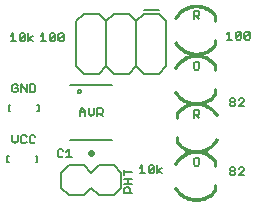
<source format=gto>
G75*
G70*
%OFA0B0*%
%FSLAX24Y24*%
%IPPOS*%
%LPD*%
%AMOC8*
5,1,8,0,0,1.08239X$1,22.5*
%
%ADD10C,0.0050*%
%ADD11C,0.0010*%
%ADD12C,0.0100*%
%ADD13C,0.0080*%
%ADD14C,0.0220*%
%ADD15C,0.0060*%
D10*
X009727Y002296D02*
X009772Y002251D01*
X009862Y002251D01*
X009907Y002296D01*
X010022Y002251D02*
X010202Y002251D01*
X010112Y002251D02*
X010112Y002521D01*
X010022Y002431D01*
X009907Y002476D02*
X009862Y002521D01*
X009772Y002521D01*
X009727Y002476D01*
X009727Y002296D01*
X008986Y002766D02*
X008941Y002721D01*
X008851Y002721D01*
X008806Y002766D01*
X008806Y002946D01*
X008851Y002991D01*
X008941Y002991D01*
X008986Y002946D01*
X008691Y002946D02*
X008646Y002991D01*
X008556Y002991D01*
X008511Y002946D01*
X008511Y002766D01*
X008556Y002721D01*
X008646Y002721D01*
X008691Y002766D01*
X008396Y002811D02*
X008306Y002721D01*
X008216Y002811D01*
X008216Y002991D01*
X008396Y002991D02*
X008396Y002811D01*
X010466Y003621D02*
X010466Y003801D01*
X010556Y003891D01*
X010646Y003801D01*
X010646Y003621D01*
X010761Y003711D02*
X010851Y003621D01*
X010941Y003711D01*
X010941Y003891D01*
X011056Y003891D02*
X011191Y003891D01*
X011236Y003846D01*
X011236Y003756D01*
X011191Y003711D01*
X011056Y003711D01*
X011146Y003711D02*
X011236Y003621D01*
X011056Y003621D02*
X011056Y003891D01*
X010761Y003891D02*
X010761Y003711D01*
X010646Y003756D02*
X010466Y003756D01*
X008986Y004466D02*
X008941Y004421D01*
X008806Y004421D01*
X008806Y004691D01*
X008941Y004691D01*
X008986Y004646D01*
X008986Y004466D01*
X008691Y004421D02*
X008691Y004691D01*
X008511Y004691D02*
X008691Y004421D01*
X008511Y004421D02*
X008511Y004691D01*
X008396Y004646D02*
X008351Y004691D01*
X008261Y004691D01*
X008216Y004646D01*
X008216Y004466D01*
X008261Y004421D01*
X008351Y004421D01*
X008396Y004466D01*
X008396Y004556D01*
X008306Y004556D01*
X014266Y005216D02*
X014311Y005171D01*
X014401Y005171D01*
X014446Y005216D01*
X014446Y005396D01*
X014401Y005441D01*
X014311Y005441D01*
X014266Y005396D01*
X014266Y005216D01*
X009936Y006166D02*
X009891Y006121D01*
X009801Y006121D01*
X009756Y006166D01*
X009936Y006346D01*
X009936Y006166D01*
X009756Y006166D02*
X009756Y006346D01*
X009801Y006391D01*
X009891Y006391D01*
X009936Y006346D01*
X009641Y006346D02*
X009461Y006166D01*
X009506Y006121D01*
X009596Y006121D01*
X009641Y006166D01*
X009641Y006346D01*
X009596Y006391D01*
X009506Y006391D01*
X009461Y006346D01*
X009461Y006166D01*
X009346Y006121D02*
X009166Y006121D01*
X009256Y006121D02*
X009256Y006391D01*
X009166Y006301D01*
X008891Y006301D02*
X008756Y006211D01*
X008891Y006121D01*
X008756Y006121D02*
X008756Y006391D01*
X008641Y006346D02*
X008461Y006166D01*
X008506Y006121D01*
X008596Y006121D01*
X008641Y006166D01*
X008641Y006346D01*
X008596Y006391D01*
X008506Y006391D01*
X008461Y006346D01*
X008461Y006166D01*
X008346Y006121D02*
X008166Y006121D01*
X008256Y006121D02*
X008256Y006391D01*
X008166Y006301D01*
X014266Y006871D02*
X014266Y007141D01*
X014401Y007141D01*
X014446Y007096D01*
X014446Y007006D01*
X014401Y006961D01*
X014266Y006961D01*
X014356Y006961D02*
X014446Y006871D01*
X015366Y006351D02*
X015456Y006441D01*
X015456Y006171D01*
X015366Y006171D02*
X015546Y006171D01*
X015661Y006216D02*
X015841Y006396D01*
X015841Y006216D01*
X015796Y006171D01*
X015706Y006171D01*
X015661Y006216D01*
X015661Y006396D01*
X015706Y006441D01*
X015796Y006441D01*
X015841Y006396D01*
X015956Y006396D02*
X016001Y006441D01*
X016091Y006441D01*
X016136Y006396D01*
X015956Y006216D01*
X016001Y006171D01*
X016091Y006171D01*
X016136Y006216D01*
X016136Y006396D01*
X015956Y006396D02*
X015956Y006216D01*
X015907Y004221D02*
X015817Y004221D01*
X015772Y004176D01*
X015657Y004176D02*
X015657Y004131D01*
X015612Y004086D01*
X015522Y004086D01*
X015477Y004131D01*
X015477Y004176D01*
X015522Y004221D01*
X015612Y004221D01*
X015657Y004176D01*
X015612Y004086D02*
X015657Y004041D01*
X015657Y003996D01*
X015612Y003951D01*
X015522Y003951D01*
X015477Y003996D01*
X015477Y004041D01*
X015522Y004086D01*
X015772Y003951D02*
X015952Y004131D01*
X015952Y004176D01*
X015907Y004221D01*
X015952Y003951D02*
X015772Y003951D01*
X014446Y003796D02*
X014446Y003706D01*
X014401Y003661D01*
X014266Y003661D01*
X014266Y003571D02*
X014266Y003841D01*
X014401Y003841D01*
X014446Y003796D01*
X014356Y003661D02*
X014446Y003571D01*
X014401Y002241D02*
X014446Y002196D01*
X014446Y002016D01*
X014401Y001971D01*
X014311Y001971D01*
X014266Y002016D01*
X014266Y002196D01*
X014311Y002241D01*
X014401Y002241D01*
X013056Y001991D02*
X013056Y001721D01*
X013056Y001811D02*
X013191Y001721D01*
X013056Y001811D02*
X013191Y001901D01*
X012941Y001946D02*
X012896Y001991D01*
X012806Y001991D01*
X012761Y001946D01*
X012761Y001766D01*
X012941Y001946D01*
X012941Y001766D01*
X012896Y001721D01*
X012806Y001721D01*
X012761Y001766D01*
X012646Y001721D02*
X012466Y001721D01*
X012556Y001721D02*
X012556Y001991D01*
X012466Y001901D01*
X011946Y001840D02*
X011946Y001660D01*
X011946Y001750D02*
X012216Y001750D01*
X012216Y001546D02*
X011946Y001546D01*
X012081Y001546D02*
X012081Y001365D01*
X012081Y001251D02*
X011991Y001251D01*
X011946Y001206D01*
X011946Y001071D01*
X012216Y001071D01*
X012126Y001071D02*
X012126Y001206D01*
X012081Y001251D01*
X012216Y001365D02*
X011946Y001365D01*
X015477Y001696D02*
X015477Y001741D01*
X015522Y001786D01*
X015612Y001786D01*
X015657Y001741D01*
X015657Y001696D01*
X015612Y001651D01*
X015522Y001651D01*
X015477Y001696D01*
X015772Y001651D02*
X015952Y001831D01*
X015952Y001876D01*
X015907Y001921D01*
X015817Y001921D01*
X015772Y001876D01*
X015657Y001876D02*
X015657Y001831D01*
X015612Y001786D01*
X015522Y001786D02*
X015477Y001831D01*
X015477Y001876D01*
X015522Y001921D01*
X015612Y001921D01*
X015657Y001876D01*
X015772Y001651D02*
X015952Y001651D01*
D11*
X014336Y002490D02*
X014336Y002400D01*
X014336Y002401D02*
X014282Y002399D01*
X014229Y002393D01*
X014176Y002383D01*
X014124Y002369D01*
X014073Y002352D01*
X014024Y002331D01*
X013976Y002307D01*
X013930Y002279D01*
X013886Y002248D01*
X013844Y002214D01*
X013805Y002178D01*
X013768Y002138D01*
X013735Y002096D01*
X013704Y002052D01*
X013677Y002006D01*
X013598Y002048D01*
X013626Y002097D01*
X013658Y002143D01*
X013693Y002188D01*
X013730Y002230D01*
X013771Y002269D01*
X013814Y002306D01*
X013859Y002340D01*
X013906Y002371D01*
X013956Y002398D01*
X014007Y002422D01*
X014059Y002443D01*
X014113Y002460D01*
X014168Y002473D01*
X014223Y002483D01*
X014280Y002489D01*
X014336Y002491D01*
X014336Y002482D01*
X014280Y002480D01*
X014225Y002474D01*
X014170Y002464D01*
X014115Y002451D01*
X014062Y002434D01*
X014010Y002414D01*
X013960Y002390D01*
X013911Y002363D01*
X013864Y002333D01*
X013819Y002299D01*
X013777Y002263D01*
X013737Y002224D01*
X013700Y002182D01*
X013665Y002138D01*
X013634Y002092D01*
X013606Y002044D01*
X013614Y002040D01*
X013642Y002087D01*
X013673Y002133D01*
X013707Y002176D01*
X013743Y002218D01*
X013783Y002256D01*
X013825Y002292D01*
X013869Y002325D01*
X013915Y002355D01*
X013964Y002382D01*
X014014Y002405D01*
X014065Y002426D01*
X014118Y002442D01*
X014171Y002455D01*
X014226Y002465D01*
X014281Y002471D01*
X014336Y002473D01*
X014336Y002464D01*
X014281Y002462D01*
X014227Y002456D01*
X014173Y002447D01*
X014120Y002434D01*
X014068Y002417D01*
X014017Y002397D01*
X013968Y002374D01*
X013920Y002347D01*
X013874Y002318D01*
X013830Y002285D01*
X013789Y002250D01*
X013750Y002211D01*
X013713Y002171D01*
X013680Y002128D01*
X013649Y002082D01*
X013622Y002035D01*
X013630Y002031D01*
X013657Y002078D01*
X013687Y002122D01*
X013720Y002165D01*
X013756Y002205D01*
X013795Y002243D01*
X013836Y002278D01*
X013879Y002310D01*
X013925Y002340D01*
X013972Y002366D01*
X014021Y002389D01*
X014071Y002409D01*
X014123Y002425D01*
X014175Y002438D01*
X014228Y002447D01*
X014282Y002453D01*
X014336Y002455D01*
X014336Y002446D01*
X014283Y002444D01*
X014229Y002438D01*
X014177Y002429D01*
X014125Y002416D01*
X014074Y002400D01*
X014024Y002381D01*
X013976Y002358D01*
X013929Y002332D01*
X013885Y002303D01*
X013842Y002271D01*
X013801Y002236D01*
X013763Y002199D01*
X013727Y002159D01*
X013694Y002117D01*
X013664Y002073D01*
X013637Y002027D01*
X013645Y002023D01*
X013672Y002068D01*
X013702Y002112D01*
X013734Y002153D01*
X013769Y002193D01*
X013807Y002230D01*
X013847Y002264D01*
X013890Y002296D01*
X013934Y002324D01*
X013980Y002350D01*
X014028Y002372D01*
X014077Y002392D01*
X014127Y002408D01*
X014179Y002420D01*
X014231Y002429D01*
X014283Y002435D01*
X014336Y002437D01*
X014336Y002428D01*
X014280Y002426D01*
X014225Y002419D01*
X014170Y002409D01*
X014116Y002395D01*
X014064Y002377D01*
X014012Y002356D01*
X013963Y002330D01*
X013915Y002302D01*
X013869Y002270D01*
X013826Y002235D01*
X013786Y002197D01*
X013748Y002156D01*
X013713Y002112D01*
X013682Y002066D01*
X013653Y002018D01*
X013661Y002014D01*
X013689Y002062D01*
X013720Y002107D01*
X013755Y002150D01*
X013792Y002190D01*
X013832Y002228D01*
X013875Y002263D01*
X013920Y002294D01*
X013967Y002323D01*
X014016Y002347D01*
X014067Y002369D01*
X014119Y002386D01*
X014172Y002400D01*
X014226Y002410D01*
X014281Y002417D01*
X014336Y002419D01*
X014336Y002410D01*
X014282Y002408D01*
X014228Y002402D01*
X014174Y002392D01*
X014122Y002378D01*
X014070Y002360D01*
X014020Y002339D01*
X013971Y002315D01*
X013925Y002287D01*
X013880Y002255D01*
X013838Y002221D01*
X013799Y002184D01*
X013762Y002144D01*
X013728Y002102D01*
X013697Y002057D01*
X013669Y002010D01*
X013610Y001223D02*
X013688Y001268D01*
X013688Y001267D02*
X013716Y001223D01*
X013747Y001181D01*
X013780Y001141D01*
X013816Y001103D01*
X013855Y001068D01*
X013896Y001036D01*
X013940Y001006D01*
X013985Y000980D01*
X014032Y000957D01*
X014080Y000937D01*
X014130Y000921D01*
X014180Y000908D01*
X014232Y000899D01*
X014284Y000893D01*
X014336Y000891D01*
X014337Y000802D01*
X014336Y000801D01*
X014281Y000803D01*
X014227Y000809D01*
X014172Y000818D01*
X014119Y000831D01*
X014067Y000847D01*
X014015Y000866D01*
X013965Y000889D01*
X013917Y000915D01*
X013870Y000944D01*
X013826Y000976D01*
X013783Y001011D01*
X013743Y001049D01*
X013706Y001089D01*
X013671Y001131D01*
X013639Y001176D01*
X013610Y001222D01*
X013618Y001227D01*
X013646Y001181D01*
X013678Y001137D01*
X013713Y001095D01*
X013750Y001055D01*
X013789Y001018D01*
X013831Y000983D01*
X013875Y000952D01*
X013921Y000923D01*
X013969Y000897D01*
X014019Y000875D01*
X014069Y000855D01*
X014121Y000839D01*
X014174Y000827D01*
X014228Y000818D01*
X014282Y000812D01*
X014336Y000810D01*
X014336Y000819D01*
X014282Y000821D01*
X014229Y000827D01*
X014176Y000836D01*
X014124Y000848D01*
X014072Y000864D01*
X014022Y000883D01*
X013973Y000905D01*
X013926Y000931D01*
X013880Y000959D01*
X013837Y000991D01*
X013795Y001025D01*
X013756Y001061D01*
X013719Y001101D01*
X013685Y001142D01*
X013654Y001186D01*
X013625Y001231D01*
X013633Y001236D01*
X013663Y001188D01*
X013697Y001142D01*
X013733Y001099D01*
X013773Y001058D01*
X013815Y001020D01*
X013859Y000985D01*
X013906Y000953D01*
X013955Y000925D01*
X014006Y000900D01*
X014059Y000878D01*
X014112Y000861D01*
X014167Y000847D01*
X014223Y000837D01*
X014279Y000830D01*
X014336Y000828D01*
X014336Y000837D01*
X014280Y000839D01*
X014224Y000845D01*
X014169Y000855D01*
X014115Y000869D01*
X014062Y000887D01*
X014010Y000908D01*
X013959Y000933D01*
X013911Y000961D01*
X013865Y000992D01*
X013820Y001027D01*
X013779Y001064D01*
X013740Y001105D01*
X013704Y001147D01*
X013671Y001193D01*
X013641Y001240D01*
X013649Y001245D01*
X013678Y001198D01*
X013711Y001153D01*
X013747Y001111D01*
X013785Y001071D01*
X013826Y001034D01*
X013870Y000999D01*
X013916Y000968D01*
X013964Y000941D01*
X014013Y000916D01*
X014065Y000895D01*
X014117Y000878D01*
X014171Y000864D01*
X014226Y000854D01*
X014281Y000848D01*
X014336Y000846D01*
X014336Y000855D01*
X014281Y000857D01*
X014227Y000863D01*
X014173Y000873D01*
X014120Y000887D01*
X014068Y000904D01*
X014017Y000924D01*
X013968Y000949D01*
X013921Y000976D01*
X013875Y001007D01*
X013832Y001040D01*
X013791Y001077D01*
X013753Y001117D01*
X013718Y001159D01*
X013686Y001203D01*
X013657Y001249D01*
X013665Y001254D01*
X013693Y001208D01*
X013725Y001164D01*
X013760Y001123D01*
X013798Y001084D01*
X013838Y001047D01*
X013880Y001014D01*
X013925Y000984D01*
X013972Y000956D01*
X014021Y000933D01*
X014071Y000912D01*
X014122Y000895D01*
X014175Y000882D01*
X014228Y000872D01*
X014282Y000866D01*
X014336Y000864D01*
X014336Y000873D01*
X014283Y000875D01*
X014229Y000881D01*
X014177Y000891D01*
X014125Y000904D01*
X014074Y000921D01*
X014024Y000941D01*
X013976Y000964D01*
X013930Y000991D01*
X013886Y001021D01*
X013844Y001054D01*
X013804Y001090D01*
X013767Y001129D01*
X013732Y001170D01*
X013701Y001213D01*
X013672Y001258D01*
X013680Y001263D01*
X013708Y001218D01*
X013739Y001175D01*
X013773Y001135D01*
X013810Y001097D01*
X013849Y001061D01*
X013891Y001029D01*
X013935Y000999D01*
X013981Y000972D01*
X014028Y000949D01*
X014077Y000929D01*
X014127Y000912D01*
X014179Y000899D01*
X014231Y000890D01*
X014283Y000884D01*
X014336Y000882D01*
X014345Y000802D02*
X014345Y000892D01*
X014346Y000891D02*
X014400Y000893D01*
X014453Y000899D01*
X014506Y000909D01*
X014558Y000923D01*
X014609Y000940D01*
X014659Y000961D01*
X014707Y000985D01*
X014753Y001013D01*
X014797Y001044D01*
X014838Y001078D01*
X014878Y001115D01*
X014914Y001154D01*
X014982Y001097D01*
X014983Y001096D01*
X014945Y001055D01*
X014905Y001017D01*
X014862Y000981D01*
X014817Y000948D01*
X014770Y000918D01*
X014722Y000892D01*
X014671Y000868D01*
X014619Y000848D01*
X014566Y000832D01*
X014512Y000818D01*
X014457Y000809D01*
X014402Y000803D01*
X014346Y000801D01*
X014346Y000810D01*
X014401Y000812D01*
X014456Y000818D01*
X014510Y000827D01*
X014564Y000840D01*
X014616Y000857D01*
X014668Y000876D01*
X014718Y000900D01*
X014766Y000926D01*
X014812Y000956D01*
X014857Y000988D01*
X014899Y001023D01*
X014939Y001062D01*
X014976Y001102D01*
X014969Y001108D01*
X014932Y001068D01*
X014893Y001030D01*
X014851Y000995D01*
X014807Y000963D01*
X014761Y000934D01*
X014713Y000908D01*
X014664Y000885D01*
X014613Y000865D01*
X014561Y000849D01*
X014508Y000836D01*
X014455Y000827D01*
X014400Y000821D01*
X014346Y000819D01*
X014346Y000828D01*
X014400Y000830D01*
X014453Y000836D01*
X014506Y000845D01*
X014559Y000858D01*
X014610Y000874D01*
X014661Y000893D01*
X014709Y000916D01*
X014757Y000941D01*
X014802Y000970D01*
X014846Y001002D01*
X014887Y001037D01*
X014926Y001074D01*
X014962Y001114D01*
X014955Y001120D01*
X014919Y001080D01*
X014881Y001043D01*
X014840Y001009D01*
X014797Y000978D01*
X014752Y000949D01*
X014705Y000924D01*
X014657Y000901D01*
X014607Y000882D01*
X014556Y000866D01*
X014505Y000854D01*
X014452Y000845D01*
X014399Y000839D01*
X014346Y000837D01*
X014346Y000846D01*
X014399Y000848D01*
X014451Y000854D01*
X014503Y000863D01*
X014554Y000875D01*
X014604Y000891D01*
X014654Y000910D01*
X014701Y000932D01*
X014748Y000957D01*
X014792Y000985D01*
X014834Y001016D01*
X014875Y001050D01*
X014913Y001087D01*
X014948Y001125D01*
X014942Y001131D01*
X014906Y001093D01*
X014869Y001057D01*
X014829Y001023D01*
X014787Y000993D01*
X014743Y000965D01*
X014697Y000940D01*
X014650Y000918D01*
X014601Y000899D01*
X014552Y000884D01*
X014501Y000871D01*
X014450Y000863D01*
X014398Y000857D01*
X014346Y000855D01*
X014346Y000864D01*
X014402Y000866D01*
X014457Y000873D01*
X014512Y000883D01*
X014566Y000897D01*
X014619Y000915D01*
X014670Y000937D01*
X014720Y000962D01*
X014768Y000991D01*
X014813Y001023D01*
X014856Y001058D01*
X014897Y001096D01*
X014935Y001137D01*
X014928Y001143D01*
X014891Y001102D01*
X014850Y001065D01*
X014808Y001030D01*
X014763Y000998D01*
X014715Y000970D01*
X014666Y000945D01*
X014615Y000923D01*
X014563Y000906D01*
X014510Y000892D01*
X014456Y000882D01*
X014401Y000875D01*
X014346Y000873D01*
X014346Y000882D01*
X014400Y000884D01*
X014455Y000890D01*
X014508Y000900D01*
X014561Y000914D01*
X014612Y000932D01*
X014662Y000953D01*
X014711Y000978D01*
X014758Y001006D01*
X014802Y001037D01*
X014844Y001071D01*
X014884Y001109D01*
X014921Y001149D01*
X014986Y002190D02*
X014917Y002133D01*
X014918Y002133D02*
X014881Y002173D01*
X014842Y002211D01*
X014800Y002245D01*
X014756Y002277D01*
X014710Y002305D01*
X014661Y002330D01*
X014611Y002351D01*
X014560Y002369D01*
X014507Y002382D01*
X014454Y002392D01*
X014400Y002399D01*
X014346Y002401D01*
X014345Y002490D01*
X014346Y002491D01*
X014402Y002489D01*
X014458Y002483D01*
X014513Y002473D01*
X014568Y002460D01*
X014621Y002443D01*
X014674Y002423D01*
X014725Y002399D01*
X014774Y002372D01*
X014821Y002341D01*
X014866Y002308D01*
X014909Y002272D01*
X014949Y002233D01*
X014987Y002191D01*
X014980Y002185D01*
X014943Y002226D01*
X014903Y002265D01*
X014861Y002301D01*
X014816Y002334D01*
X014769Y002364D01*
X014721Y002391D01*
X014670Y002414D01*
X014618Y002435D01*
X014565Y002451D01*
X014511Y002464D01*
X014457Y002474D01*
X014402Y002480D01*
X014346Y002482D01*
X014346Y002473D01*
X014401Y002471D01*
X014456Y002465D01*
X014510Y002456D01*
X014563Y002443D01*
X014615Y002426D01*
X014667Y002406D01*
X014716Y002383D01*
X014765Y002356D01*
X014811Y002327D01*
X014855Y002294D01*
X014897Y002258D01*
X014936Y002220D01*
X014973Y002179D01*
X014966Y002174D01*
X014930Y002214D01*
X014891Y002252D01*
X014849Y002287D01*
X014806Y002319D01*
X014760Y002349D01*
X014712Y002375D01*
X014663Y002398D01*
X014613Y002418D01*
X014561Y002434D01*
X014508Y002447D01*
X014454Y002456D01*
X014400Y002462D01*
X014346Y002464D01*
X014346Y002455D01*
X014400Y002453D01*
X014453Y002447D01*
X014506Y002438D01*
X014558Y002425D01*
X014610Y002409D01*
X014660Y002390D01*
X014708Y002367D01*
X014755Y002341D01*
X014801Y002312D01*
X014844Y002280D01*
X014885Y002245D01*
X014923Y002208D01*
X014959Y002168D01*
X014952Y002162D01*
X014917Y002201D01*
X014879Y002238D01*
X014838Y002273D01*
X014795Y002304D01*
X014751Y002333D01*
X014704Y002359D01*
X014656Y002381D01*
X014607Y002401D01*
X014556Y002417D01*
X014504Y002429D01*
X014452Y002438D01*
X014399Y002444D01*
X014346Y002446D01*
X014346Y002437D01*
X014398Y002435D01*
X014451Y002429D01*
X014502Y002420D01*
X014553Y002408D01*
X014604Y002392D01*
X014653Y002373D01*
X014700Y002351D01*
X014746Y002325D01*
X014790Y002297D01*
X014832Y002266D01*
X014873Y002232D01*
X014910Y002195D01*
X014945Y002156D01*
X014939Y002150D01*
X014904Y002189D01*
X014866Y002225D01*
X014827Y002259D01*
X014785Y002290D01*
X014741Y002318D01*
X014696Y002343D01*
X014649Y002365D01*
X014601Y002384D01*
X014551Y002399D01*
X014501Y002412D01*
X014450Y002420D01*
X014398Y002426D01*
X014346Y002428D01*
X014346Y002419D01*
X014397Y002417D01*
X014448Y002412D01*
X014499Y002403D01*
X014549Y002391D01*
X014598Y002375D01*
X014645Y002357D01*
X014692Y002335D01*
X014737Y002310D01*
X014780Y002282D01*
X014821Y002252D01*
X014860Y002219D01*
X014897Y002183D01*
X014932Y002145D01*
X014925Y002139D01*
X014888Y002180D01*
X014848Y002218D01*
X014806Y002252D01*
X014761Y002284D01*
X014714Y002313D01*
X014665Y002338D01*
X014614Y002359D01*
X014563Y002377D01*
X014509Y002391D01*
X014455Y002401D01*
X014401Y002408D01*
X014346Y002410D01*
X015072Y003669D02*
X014994Y003624D01*
X014994Y003625D02*
X014966Y003669D01*
X014935Y003711D01*
X014902Y003751D01*
X014866Y003789D01*
X014827Y003824D01*
X014786Y003856D01*
X014742Y003886D01*
X014697Y003912D01*
X014650Y003935D01*
X014602Y003955D01*
X014552Y003971D01*
X014502Y003984D01*
X014450Y003993D01*
X014398Y003999D01*
X014346Y004001D01*
X014345Y004090D01*
X014346Y004091D01*
X014401Y004089D01*
X014455Y004083D01*
X014510Y004074D01*
X014563Y004061D01*
X014615Y004045D01*
X014667Y004026D01*
X014717Y004003D01*
X014765Y003977D01*
X014812Y003948D01*
X014856Y003916D01*
X014899Y003881D01*
X014939Y003843D01*
X014976Y003803D01*
X015011Y003761D01*
X015043Y003716D01*
X015072Y003670D01*
X015064Y003665D01*
X015036Y003711D01*
X015004Y003755D01*
X014969Y003797D01*
X014932Y003837D01*
X014893Y003874D01*
X014851Y003909D01*
X014807Y003940D01*
X014761Y003969D01*
X014713Y003995D01*
X014663Y004017D01*
X014613Y004037D01*
X014561Y004053D01*
X014508Y004065D01*
X014454Y004074D01*
X014400Y004080D01*
X014346Y004082D01*
X014346Y004073D01*
X014400Y004071D01*
X014453Y004065D01*
X014506Y004056D01*
X014558Y004044D01*
X014610Y004028D01*
X014660Y004009D01*
X014709Y003987D01*
X014756Y003961D01*
X014802Y003933D01*
X014845Y003901D01*
X014887Y003867D01*
X014926Y003831D01*
X014963Y003791D01*
X014997Y003750D01*
X015028Y003706D01*
X015057Y003661D01*
X015049Y003656D01*
X015019Y003704D01*
X014985Y003750D01*
X014949Y003793D01*
X014909Y003834D01*
X014867Y003872D01*
X014823Y003907D01*
X014776Y003939D01*
X014727Y003967D01*
X014676Y003992D01*
X014623Y004014D01*
X014570Y004031D01*
X014515Y004045D01*
X014459Y004055D01*
X014403Y004062D01*
X014346Y004064D01*
X014346Y004055D01*
X014402Y004053D01*
X014458Y004047D01*
X014513Y004037D01*
X014567Y004023D01*
X014620Y004005D01*
X014672Y003984D01*
X014723Y003959D01*
X014771Y003931D01*
X014817Y003900D01*
X014862Y003865D01*
X014903Y003828D01*
X014942Y003787D01*
X014978Y003745D01*
X015011Y003699D01*
X015041Y003652D01*
X015033Y003647D01*
X015004Y003694D01*
X014971Y003739D01*
X014935Y003781D01*
X014897Y003821D01*
X014856Y003858D01*
X014812Y003893D01*
X014766Y003924D01*
X014718Y003951D01*
X014669Y003976D01*
X014617Y003997D01*
X014565Y004014D01*
X014511Y004028D01*
X014456Y004038D01*
X014401Y004044D01*
X014346Y004046D01*
X014346Y004037D01*
X014401Y004035D01*
X014455Y004029D01*
X014509Y004019D01*
X014562Y004005D01*
X014614Y003988D01*
X014665Y003968D01*
X014714Y003943D01*
X014761Y003916D01*
X014807Y003885D01*
X014850Y003852D01*
X014891Y003815D01*
X014929Y003775D01*
X014964Y003733D01*
X014996Y003689D01*
X015025Y003643D01*
X015017Y003638D01*
X014989Y003684D01*
X014957Y003728D01*
X014922Y003769D01*
X014884Y003808D01*
X014844Y003845D01*
X014802Y003878D01*
X014757Y003908D01*
X014710Y003936D01*
X014661Y003959D01*
X014611Y003980D01*
X014560Y003997D01*
X014507Y004010D01*
X014454Y004020D01*
X014400Y004026D01*
X014346Y004028D01*
X014346Y004019D01*
X014399Y004017D01*
X014453Y004011D01*
X014505Y004001D01*
X014557Y003988D01*
X014608Y003971D01*
X014658Y003951D01*
X014706Y003928D01*
X014752Y003901D01*
X014796Y003871D01*
X014838Y003838D01*
X014878Y003802D01*
X014915Y003763D01*
X014950Y003722D01*
X014981Y003679D01*
X015010Y003634D01*
X015002Y003629D01*
X014974Y003674D01*
X014943Y003717D01*
X014909Y003757D01*
X014872Y003795D01*
X014833Y003831D01*
X014791Y003863D01*
X014747Y003893D01*
X014701Y003920D01*
X014654Y003943D01*
X014605Y003963D01*
X014555Y003980D01*
X014503Y003993D01*
X014451Y004002D01*
X014399Y004008D01*
X014346Y004010D01*
X014337Y004090D02*
X014337Y004000D01*
X014336Y004001D02*
X014282Y003999D01*
X014229Y003993D01*
X014176Y003983D01*
X014124Y003969D01*
X014073Y003952D01*
X014023Y003931D01*
X013975Y003907D01*
X013929Y003879D01*
X013885Y003848D01*
X013844Y003814D01*
X013804Y003777D01*
X013768Y003738D01*
X013700Y003795D01*
X013699Y003796D01*
X013737Y003837D01*
X013777Y003875D01*
X013820Y003911D01*
X013865Y003944D01*
X013912Y003974D01*
X013960Y004000D01*
X014011Y004024D01*
X014063Y004044D01*
X014116Y004060D01*
X014170Y004074D01*
X014225Y004083D01*
X014280Y004089D01*
X014336Y004091D01*
X014336Y004082D01*
X014281Y004080D01*
X014226Y004074D01*
X014172Y004065D01*
X014118Y004052D01*
X014066Y004035D01*
X014014Y004016D01*
X013964Y003992D01*
X013916Y003966D01*
X013870Y003936D01*
X013825Y003904D01*
X013783Y003869D01*
X013743Y003830D01*
X013706Y003790D01*
X013713Y003784D01*
X013750Y003824D01*
X013789Y003862D01*
X013831Y003897D01*
X013875Y003929D01*
X013921Y003958D01*
X013969Y003984D01*
X014018Y004007D01*
X014069Y004027D01*
X014121Y004043D01*
X014174Y004056D01*
X014227Y004065D01*
X014282Y004071D01*
X014336Y004073D01*
X014336Y004064D01*
X014282Y004062D01*
X014229Y004056D01*
X014176Y004047D01*
X014123Y004034D01*
X014072Y004018D01*
X014021Y003999D01*
X013973Y003976D01*
X013925Y003951D01*
X013880Y003922D01*
X013836Y003890D01*
X013795Y003855D01*
X013756Y003818D01*
X013720Y003778D01*
X013727Y003772D01*
X013763Y003812D01*
X013801Y003849D01*
X013842Y003883D01*
X013885Y003914D01*
X013930Y003943D01*
X013977Y003968D01*
X014025Y003991D01*
X014075Y004010D01*
X014126Y004026D01*
X014177Y004038D01*
X014230Y004047D01*
X014283Y004053D01*
X014336Y004055D01*
X014336Y004046D01*
X014283Y004044D01*
X014231Y004038D01*
X014179Y004029D01*
X014128Y004017D01*
X014078Y004001D01*
X014028Y003982D01*
X013981Y003960D01*
X013934Y003935D01*
X013890Y003907D01*
X013848Y003876D01*
X013807Y003842D01*
X013769Y003805D01*
X013734Y003767D01*
X013740Y003761D01*
X013776Y003799D01*
X013813Y003835D01*
X013853Y003869D01*
X013895Y003899D01*
X013939Y003927D01*
X013985Y003952D01*
X014032Y003974D01*
X014081Y003993D01*
X014130Y004008D01*
X014181Y004021D01*
X014232Y004029D01*
X014284Y004035D01*
X014336Y004037D01*
X014336Y004028D01*
X014280Y004026D01*
X014225Y004019D01*
X014170Y004009D01*
X014116Y003995D01*
X014063Y003977D01*
X014012Y003955D01*
X013962Y003930D01*
X013914Y003901D01*
X013869Y003869D01*
X013826Y003834D01*
X013785Y003796D01*
X013747Y003755D01*
X013754Y003749D01*
X013791Y003790D01*
X013832Y003827D01*
X013874Y003862D01*
X013919Y003894D01*
X013967Y003922D01*
X014016Y003947D01*
X014067Y003969D01*
X014119Y003986D01*
X014172Y004000D01*
X014226Y004010D01*
X014281Y004017D01*
X014336Y004019D01*
X014336Y004010D01*
X014282Y004008D01*
X014227Y004002D01*
X014174Y003992D01*
X014121Y003978D01*
X014070Y003960D01*
X014020Y003939D01*
X013971Y003914D01*
X013924Y003886D01*
X013880Y003855D01*
X013838Y003821D01*
X013798Y003783D01*
X013761Y003743D01*
X014346Y002402D02*
X014346Y002492D01*
X014346Y002491D02*
X014400Y002493D01*
X014453Y002499D01*
X014506Y002509D01*
X014558Y002523D01*
X014609Y002540D01*
X014658Y002561D01*
X014706Y002585D01*
X014752Y002613D01*
X014796Y002644D01*
X014838Y002678D01*
X014877Y002714D01*
X014914Y002754D01*
X014947Y002796D01*
X014978Y002840D01*
X015005Y002886D01*
X015084Y002844D01*
X015056Y002795D01*
X015024Y002749D01*
X014989Y002704D01*
X014952Y002662D01*
X014911Y002623D01*
X014868Y002586D01*
X014823Y002552D01*
X014776Y002521D01*
X014726Y002494D01*
X014675Y002470D01*
X014623Y002449D01*
X014569Y002432D01*
X014514Y002419D01*
X014459Y002409D01*
X014402Y002403D01*
X014346Y002401D01*
X014346Y002410D01*
X014402Y002412D01*
X014457Y002418D01*
X014512Y002428D01*
X014567Y002441D01*
X014620Y002458D01*
X014672Y002478D01*
X014722Y002502D01*
X014771Y002529D01*
X014818Y002559D01*
X014863Y002593D01*
X014905Y002629D01*
X014945Y002668D01*
X014982Y002710D01*
X015017Y002754D01*
X015048Y002800D01*
X015076Y002848D01*
X015068Y002852D01*
X015040Y002805D01*
X015009Y002759D01*
X014975Y002716D01*
X014939Y002674D01*
X014899Y002636D01*
X014857Y002600D01*
X014813Y002567D01*
X014767Y002537D01*
X014718Y002510D01*
X014668Y002487D01*
X014617Y002466D01*
X014564Y002450D01*
X014511Y002437D01*
X014456Y002427D01*
X014401Y002421D01*
X014346Y002419D01*
X014346Y002428D01*
X014401Y002430D01*
X014455Y002436D01*
X014509Y002445D01*
X014562Y002458D01*
X014614Y002475D01*
X014665Y002495D01*
X014714Y002518D01*
X014762Y002545D01*
X014808Y002574D01*
X014852Y002607D01*
X014893Y002642D01*
X014932Y002681D01*
X014969Y002721D01*
X015002Y002764D01*
X015033Y002810D01*
X015060Y002857D01*
X015052Y002861D01*
X015025Y002814D01*
X014995Y002770D01*
X014962Y002727D01*
X014926Y002687D01*
X014887Y002649D01*
X014846Y002614D01*
X014803Y002582D01*
X014757Y002552D01*
X014710Y002526D01*
X014661Y002503D01*
X014611Y002483D01*
X014559Y002467D01*
X014507Y002454D01*
X014454Y002445D01*
X014400Y002439D01*
X014346Y002437D01*
X014346Y002446D01*
X014399Y002448D01*
X014453Y002454D01*
X014505Y002463D01*
X014557Y002476D01*
X014608Y002492D01*
X014658Y002511D01*
X014706Y002534D01*
X014753Y002560D01*
X014797Y002589D01*
X014840Y002621D01*
X014881Y002656D01*
X014919Y002693D01*
X014955Y002733D01*
X014988Y002775D01*
X015018Y002819D01*
X015045Y002865D01*
X015037Y002869D01*
X015010Y002824D01*
X014980Y002780D01*
X014948Y002739D01*
X014913Y002699D01*
X014875Y002662D01*
X014835Y002628D01*
X014792Y002596D01*
X014748Y002568D01*
X014702Y002542D01*
X014654Y002520D01*
X014605Y002500D01*
X014555Y002484D01*
X014503Y002472D01*
X014451Y002463D01*
X014399Y002457D01*
X014346Y002455D01*
X014346Y002464D01*
X014402Y002466D01*
X014457Y002473D01*
X014512Y002483D01*
X014566Y002497D01*
X014618Y002515D01*
X014670Y002536D01*
X014719Y002562D01*
X014767Y002590D01*
X014813Y002622D01*
X014856Y002657D01*
X014896Y002695D01*
X014934Y002736D01*
X014969Y002780D01*
X015000Y002826D01*
X015029Y002874D01*
X015021Y002878D01*
X014993Y002830D01*
X014962Y002785D01*
X014927Y002742D01*
X014890Y002702D01*
X014850Y002664D01*
X014807Y002629D01*
X014762Y002598D01*
X014715Y002569D01*
X014666Y002545D01*
X014615Y002523D01*
X014563Y002506D01*
X014510Y002492D01*
X014456Y002482D01*
X014401Y002475D01*
X014346Y002473D01*
X014346Y002482D01*
X014400Y002484D01*
X014454Y002490D01*
X014508Y002500D01*
X014560Y002514D01*
X014612Y002532D01*
X014662Y002553D01*
X014711Y002577D01*
X014757Y002605D01*
X014802Y002637D01*
X014844Y002671D01*
X014883Y002708D01*
X014920Y002748D01*
X014954Y002790D01*
X014985Y002835D01*
X015013Y002882D01*
X013696Y002702D02*
X013765Y002759D01*
X013764Y002759D02*
X013801Y002719D01*
X013840Y002681D01*
X013882Y002647D01*
X013926Y002615D01*
X013972Y002587D01*
X014021Y002562D01*
X014071Y002541D01*
X014122Y002523D01*
X014175Y002510D01*
X014228Y002500D01*
X014282Y002493D01*
X014336Y002491D01*
X014337Y002402D01*
X014336Y002401D01*
X014280Y002403D01*
X014224Y002409D01*
X014169Y002419D01*
X014114Y002432D01*
X014061Y002449D01*
X014008Y002469D01*
X013957Y002493D01*
X013908Y002520D01*
X013861Y002551D01*
X013816Y002584D01*
X013773Y002620D01*
X013733Y002659D01*
X013695Y002701D01*
X013702Y002707D01*
X013739Y002666D01*
X013779Y002627D01*
X013821Y002591D01*
X013866Y002558D01*
X013913Y002528D01*
X013961Y002501D01*
X014012Y002478D01*
X014064Y002457D01*
X014117Y002441D01*
X014171Y002428D01*
X014225Y002418D01*
X014280Y002412D01*
X014336Y002410D01*
X014336Y002419D01*
X014281Y002421D01*
X014226Y002427D01*
X014172Y002436D01*
X014119Y002449D01*
X014067Y002466D01*
X014015Y002486D01*
X013966Y002509D01*
X013917Y002536D01*
X013871Y002565D01*
X013827Y002598D01*
X013785Y002634D01*
X013746Y002672D01*
X013709Y002713D01*
X013716Y002718D01*
X013752Y002678D01*
X013791Y002640D01*
X013833Y002605D01*
X013876Y002573D01*
X013922Y002543D01*
X013970Y002517D01*
X014019Y002494D01*
X014069Y002474D01*
X014121Y002458D01*
X014174Y002445D01*
X014228Y002436D01*
X014282Y002430D01*
X014336Y002428D01*
X014336Y002437D01*
X014282Y002439D01*
X014229Y002445D01*
X014176Y002454D01*
X014124Y002467D01*
X014072Y002483D01*
X014022Y002502D01*
X013974Y002525D01*
X013927Y002551D01*
X013881Y002580D01*
X013838Y002612D01*
X013797Y002647D01*
X013759Y002684D01*
X013723Y002724D01*
X013730Y002730D01*
X013765Y002691D01*
X013803Y002654D01*
X013844Y002619D01*
X013887Y002588D01*
X013931Y002559D01*
X013978Y002533D01*
X014026Y002511D01*
X014075Y002491D01*
X014126Y002475D01*
X014178Y002463D01*
X014230Y002454D01*
X014283Y002448D01*
X014336Y002446D01*
X014336Y002455D01*
X014284Y002457D01*
X014231Y002463D01*
X014180Y002472D01*
X014129Y002484D01*
X014078Y002500D01*
X014029Y002519D01*
X013982Y002541D01*
X013936Y002567D01*
X013892Y002595D01*
X013850Y002626D01*
X013809Y002660D01*
X013772Y002697D01*
X013737Y002736D01*
X013743Y002742D01*
X013778Y002703D01*
X013816Y002667D01*
X013855Y002633D01*
X013897Y002602D01*
X013941Y002574D01*
X013986Y002549D01*
X014033Y002527D01*
X014081Y002508D01*
X014131Y002493D01*
X014181Y002480D01*
X014232Y002472D01*
X014284Y002466D01*
X014336Y002464D01*
X014336Y002473D01*
X014285Y002475D01*
X014234Y002480D01*
X014183Y002489D01*
X014133Y002501D01*
X014084Y002517D01*
X014037Y002535D01*
X013990Y002557D01*
X013945Y002582D01*
X013902Y002610D01*
X013861Y002640D01*
X013822Y002673D01*
X013785Y002709D01*
X013750Y002747D01*
X013757Y002753D01*
X013794Y002712D01*
X013834Y002674D01*
X013876Y002640D01*
X013921Y002608D01*
X013968Y002579D01*
X014017Y002554D01*
X014068Y002533D01*
X014119Y002515D01*
X014173Y002501D01*
X014227Y002491D01*
X014281Y002484D01*
X014336Y002482D01*
X013610Y004423D02*
X013688Y004468D01*
X013688Y004467D02*
X013716Y004423D01*
X013747Y004381D01*
X013780Y004341D01*
X013816Y004303D01*
X013855Y004268D01*
X013896Y004236D01*
X013940Y004206D01*
X013985Y004180D01*
X014032Y004157D01*
X014080Y004137D01*
X014130Y004121D01*
X014180Y004108D01*
X014232Y004099D01*
X014284Y004093D01*
X014336Y004091D01*
X014337Y004002D01*
X014336Y004001D01*
X014281Y004003D01*
X014227Y004009D01*
X014172Y004018D01*
X014119Y004031D01*
X014067Y004047D01*
X014015Y004066D01*
X013965Y004089D01*
X013917Y004115D01*
X013870Y004144D01*
X013826Y004176D01*
X013783Y004211D01*
X013743Y004249D01*
X013706Y004289D01*
X013671Y004331D01*
X013639Y004376D01*
X013610Y004422D01*
X013618Y004427D01*
X013646Y004381D01*
X013678Y004337D01*
X013713Y004295D01*
X013750Y004255D01*
X013789Y004218D01*
X013831Y004183D01*
X013875Y004152D01*
X013921Y004123D01*
X013969Y004097D01*
X014019Y004075D01*
X014069Y004055D01*
X014121Y004039D01*
X014174Y004027D01*
X014228Y004018D01*
X014282Y004012D01*
X014336Y004010D01*
X014336Y004019D01*
X014282Y004021D01*
X014229Y004027D01*
X014176Y004036D01*
X014124Y004048D01*
X014072Y004064D01*
X014022Y004083D01*
X013973Y004105D01*
X013926Y004131D01*
X013880Y004159D01*
X013837Y004191D01*
X013795Y004225D01*
X013756Y004261D01*
X013719Y004301D01*
X013685Y004342D01*
X013654Y004386D01*
X013625Y004431D01*
X013633Y004436D01*
X013663Y004388D01*
X013697Y004342D01*
X013733Y004299D01*
X013773Y004258D01*
X013815Y004220D01*
X013859Y004185D01*
X013906Y004153D01*
X013955Y004125D01*
X014006Y004100D01*
X014059Y004078D01*
X014112Y004061D01*
X014167Y004047D01*
X014223Y004037D01*
X014279Y004030D01*
X014336Y004028D01*
X014336Y004037D01*
X014280Y004039D01*
X014224Y004045D01*
X014169Y004055D01*
X014115Y004069D01*
X014062Y004087D01*
X014010Y004108D01*
X013959Y004133D01*
X013911Y004161D01*
X013865Y004192D01*
X013820Y004227D01*
X013779Y004264D01*
X013740Y004305D01*
X013704Y004347D01*
X013671Y004393D01*
X013641Y004440D01*
X013649Y004445D01*
X013678Y004398D01*
X013711Y004353D01*
X013747Y004311D01*
X013785Y004271D01*
X013826Y004234D01*
X013870Y004199D01*
X013916Y004168D01*
X013964Y004141D01*
X014013Y004116D01*
X014065Y004095D01*
X014117Y004078D01*
X014171Y004064D01*
X014226Y004054D01*
X014281Y004048D01*
X014336Y004046D01*
X014336Y004055D01*
X014281Y004057D01*
X014227Y004063D01*
X014173Y004073D01*
X014120Y004087D01*
X014068Y004104D01*
X014017Y004124D01*
X013968Y004149D01*
X013921Y004176D01*
X013875Y004207D01*
X013832Y004240D01*
X013791Y004277D01*
X013753Y004317D01*
X013718Y004359D01*
X013686Y004403D01*
X013657Y004449D01*
X013665Y004454D01*
X013693Y004408D01*
X013725Y004364D01*
X013760Y004323D01*
X013798Y004284D01*
X013838Y004247D01*
X013880Y004214D01*
X013925Y004184D01*
X013972Y004156D01*
X014021Y004133D01*
X014071Y004112D01*
X014122Y004095D01*
X014175Y004082D01*
X014228Y004072D01*
X014282Y004066D01*
X014336Y004064D01*
X014336Y004073D01*
X014283Y004075D01*
X014229Y004081D01*
X014177Y004091D01*
X014125Y004104D01*
X014074Y004121D01*
X014024Y004141D01*
X013976Y004164D01*
X013930Y004191D01*
X013886Y004221D01*
X013844Y004254D01*
X013804Y004290D01*
X013767Y004329D01*
X013732Y004370D01*
X013701Y004413D01*
X013672Y004458D01*
X013680Y004463D01*
X013708Y004418D01*
X013739Y004375D01*
X013773Y004335D01*
X013810Y004297D01*
X013849Y004261D01*
X013891Y004229D01*
X013935Y004199D01*
X013981Y004172D01*
X014028Y004149D01*
X014077Y004129D01*
X014127Y004112D01*
X014179Y004099D01*
X014231Y004090D01*
X014283Y004084D01*
X014336Y004082D01*
X014345Y004002D02*
X014345Y004092D01*
X014346Y004091D02*
X014400Y004093D01*
X014453Y004099D01*
X014506Y004109D01*
X014558Y004123D01*
X014609Y004140D01*
X014659Y004161D01*
X014707Y004185D01*
X014753Y004213D01*
X014797Y004244D01*
X014838Y004278D01*
X014878Y004315D01*
X014914Y004354D01*
X014982Y004297D01*
X014983Y004296D01*
X014945Y004255D01*
X014905Y004217D01*
X014862Y004181D01*
X014817Y004148D01*
X014770Y004118D01*
X014722Y004092D01*
X014671Y004068D01*
X014619Y004048D01*
X014566Y004032D01*
X014512Y004018D01*
X014457Y004009D01*
X014402Y004003D01*
X014346Y004001D01*
X014346Y004010D01*
X014401Y004012D01*
X014456Y004018D01*
X014510Y004027D01*
X014564Y004040D01*
X014616Y004057D01*
X014668Y004076D01*
X014718Y004100D01*
X014766Y004126D01*
X014812Y004156D01*
X014857Y004188D01*
X014899Y004223D01*
X014939Y004262D01*
X014976Y004302D01*
X014969Y004308D01*
X014932Y004268D01*
X014893Y004230D01*
X014851Y004195D01*
X014807Y004163D01*
X014761Y004134D01*
X014713Y004108D01*
X014664Y004085D01*
X014613Y004065D01*
X014561Y004049D01*
X014508Y004036D01*
X014455Y004027D01*
X014400Y004021D01*
X014346Y004019D01*
X014346Y004028D01*
X014400Y004030D01*
X014453Y004036D01*
X014506Y004045D01*
X014559Y004058D01*
X014610Y004074D01*
X014661Y004093D01*
X014709Y004116D01*
X014757Y004141D01*
X014802Y004170D01*
X014846Y004202D01*
X014887Y004237D01*
X014926Y004274D01*
X014962Y004314D01*
X014955Y004320D01*
X014919Y004280D01*
X014881Y004243D01*
X014840Y004209D01*
X014797Y004178D01*
X014752Y004149D01*
X014705Y004124D01*
X014657Y004101D01*
X014607Y004082D01*
X014556Y004066D01*
X014505Y004054D01*
X014452Y004045D01*
X014399Y004039D01*
X014346Y004037D01*
X014346Y004046D01*
X014399Y004048D01*
X014451Y004054D01*
X014503Y004063D01*
X014554Y004075D01*
X014604Y004091D01*
X014654Y004110D01*
X014701Y004132D01*
X014748Y004157D01*
X014792Y004185D01*
X014834Y004216D01*
X014875Y004250D01*
X014913Y004287D01*
X014948Y004325D01*
X014942Y004331D01*
X014906Y004293D01*
X014869Y004257D01*
X014829Y004223D01*
X014787Y004193D01*
X014743Y004165D01*
X014697Y004140D01*
X014650Y004118D01*
X014601Y004099D01*
X014552Y004084D01*
X014501Y004071D01*
X014450Y004063D01*
X014398Y004057D01*
X014346Y004055D01*
X014346Y004064D01*
X014402Y004066D01*
X014457Y004073D01*
X014512Y004083D01*
X014566Y004097D01*
X014619Y004115D01*
X014670Y004137D01*
X014720Y004162D01*
X014768Y004191D01*
X014813Y004223D01*
X014856Y004258D01*
X014897Y004296D01*
X014935Y004337D01*
X014928Y004343D01*
X014891Y004302D01*
X014850Y004265D01*
X014808Y004230D01*
X014763Y004198D01*
X014715Y004170D01*
X014666Y004145D01*
X014615Y004123D01*
X014563Y004106D01*
X014510Y004092D01*
X014456Y004082D01*
X014401Y004075D01*
X014346Y004073D01*
X014346Y004082D01*
X014400Y004084D01*
X014455Y004090D01*
X014508Y004100D01*
X014561Y004114D01*
X014612Y004132D01*
X014662Y004153D01*
X014711Y004178D01*
X014758Y004206D01*
X014802Y004237D01*
X014844Y004271D01*
X014884Y004309D01*
X014921Y004349D01*
X014336Y005690D02*
X014336Y005600D01*
X014336Y005601D02*
X014282Y005599D01*
X014229Y005593D01*
X014176Y005583D01*
X014124Y005569D01*
X014073Y005552D01*
X014024Y005531D01*
X013976Y005507D01*
X013930Y005479D01*
X013886Y005448D01*
X013844Y005414D01*
X013805Y005378D01*
X013768Y005338D01*
X013735Y005296D01*
X013704Y005252D01*
X013677Y005206D01*
X013598Y005248D01*
X013626Y005297D01*
X013658Y005343D01*
X013693Y005388D01*
X013730Y005430D01*
X013771Y005469D01*
X013814Y005506D01*
X013859Y005540D01*
X013906Y005571D01*
X013956Y005598D01*
X014007Y005622D01*
X014059Y005643D01*
X014113Y005660D01*
X014168Y005673D01*
X014223Y005683D01*
X014280Y005689D01*
X014336Y005691D01*
X014336Y005682D01*
X014280Y005680D01*
X014225Y005674D01*
X014170Y005664D01*
X014115Y005651D01*
X014062Y005634D01*
X014010Y005614D01*
X013960Y005590D01*
X013911Y005563D01*
X013864Y005533D01*
X013819Y005499D01*
X013777Y005463D01*
X013737Y005424D01*
X013700Y005382D01*
X013665Y005338D01*
X013634Y005292D01*
X013606Y005244D01*
X013614Y005240D01*
X013642Y005287D01*
X013673Y005333D01*
X013707Y005376D01*
X013743Y005418D01*
X013783Y005456D01*
X013825Y005492D01*
X013869Y005525D01*
X013915Y005555D01*
X013964Y005582D01*
X014014Y005605D01*
X014065Y005626D01*
X014118Y005642D01*
X014171Y005655D01*
X014226Y005665D01*
X014281Y005671D01*
X014336Y005673D01*
X014336Y005664D01*
X014281Y005662D01*
X014227Y005656D01*
X014173Y005647D01*
X014120Y005634D01*
X014068Y005617D01*
X014017Y005597D01*
X013968Y005574D01*
X013920Y005547D01*
X013874Y005518D01*
X013830Y005485D01*
X013789Y005450D01*
X013750Y005411D01*
X013713Y005371D01*
X013680Y005328D01*
X013649Y005282D01*
X013622Y005235D01*
X013630Y005231D01*
X013657Y005278D01*
X013687Y005322D01*
X013720Y005365D01*
X013756Y005405D01*
X013795Y005443D01*
X013836Y005478D01*
X013879Y005510D01*
X013925Y005540D01*
X013972Y005566D01*
X014021Y005589D01*
X014071Y005609D01*
X014123Y005625D01*
X014175Y005638D01*
X014228Y005647D01*
X014282Y005653D01*
X014336Y005655D01*
X014336Y005646D01*
X014283Y005644D01*
X014229Y005638D01*
X014177Y005629D01*
X014125Y005616D01*
X014074Y005600D01*
X014024Y005581D01*
X013976Y005558D01*
X013929Y005532D01*
X013885Y005503D01*
X013842Y005471D01*
X013801Y005436D01*
X013763Y005399D01*
X013727Y005359D01*
X013694Y005317D01*
X013664Y005273D01*
X013637Y005227D01*
X013645Y005223D01*
X013672Y005268D01*
X013702Y005312D01*
X013734Y005353D01*
X013769Y005393D01*
X013807Y005430D01*
X013847Y005464D01*
X013890Y005496D01*
X013934Y005524D01*
X013980Y005550D01*
X014028Y005572D01*
X014077Y005592D01*
X014127Y005608D01*
X014179Y005620D01*
X014231Y005629D01*
X014283Y005635D01*
X014336Y005637D01*
X014336Y005628D01*
X014280Y005626D01*
X014225Y005619D01*
X014170Y005609D01*
X014116Y005595D01*
X014064Y005577D01*
X014012Y005556D01*
X013963Y005530D01*
X013915Y005502D01*
X013869Y005470D01*
X013826Y005435D01*
X013786Y005397D01*
X013748Y005356D01*
X013713Y005312D01*
X013682Y005266D01*
X013653Y005218D01*
X013661Y005214D01*
X013689Y005262D01*
X013720Y005307D01*
X013755Y005350D01*
X013792Y005390D01*
X013832Y005428D01*
X013875Y005463D01*
X013920Y005494D01*
X013967Y005523D01*
X014016Y005547D01*
X014067Y005569D01*
X014119Y005586D01*
X014172Y005600D01*
X014226Y005610D01*
X014281Y005617D01*
X014336Y005619D01*
X014336Y005610D01*
X014282Y005608D01*
X014228Y005602D01*
X014174Y005592D01*
X014122Y005578D01*
X014070Y005560D01*
X014020Y005539D01*
X013971Y005515D01*
X013925Y005487D01*
X013880Y005455D01*
X013838Y005421D01*
X013799Y005384D01*
X013762Y005344D01*
X013728Y005302D01*
X013697Y005257D01*
X013669Y005210D01*
X014986Y005390D02*
X014917Y005333D01*
X014918Y005333D02*
X014881Y005373D01*
X014842Y005411D01*
X014800Y005445D01*
X014756Y005477D01*
X014710Y005505D01*
X014661Y005530D01*
X014611Y005551D01*
X014560Y005569D01*
X014507Y005582D01*
X014454Y005592D01*
X014400Y005599D01*
X014346Y005601D01*
X014345Y005690D01*
X014346Y005691D01*
X014402Y005689D01*
X014458Y005683D01*
X014513Y005673D01*
X014568Y005660D01*
X014621Y005643D01*
X014674Y005623D01*
X014725Y005599D01*
X014774Y005572D01*
X014821Y005541D01*
X014866Y005508D01*
X014909Y005472D01*
X014949Y005433D01*
X014987Y005391D01*
X014980Y005385D01*
X014943Y005426D01*
X014903Y005465D01*
X014861Y005501D01*
X014816Y005534D01*
X014769Y005564D01*
X014721Y005591D01*
X014670Y005614D01*
X014618Y005635D01*
X014565Y005651D01*
X014511Y005664D01*
X014457Y005674D01*
X014402Y005680D01*
X014346Y005682D01*
X014346Y005673D01*
X014401Y005671D01*
X014456Y005665D01*
X014510Y005656D01*
X014563Y005643D01*
X014615Y005626D01*
X014667Y005606D01*
X014716Y005583D01*
X014765Y005556D01*
X014811Y005527D01*
X014855Y005494D01*
X014897Y005458D01*
X014936Y005420D01*
X014973Y005379D01*
X014966Y005374D01*
X014930Y005414D01*
X014891Y005452D01*
X014849Y005487D01*
X014806Y005519D01*
X014760Y005549D01*
X014712Y005575D01*
X014663Y005598D01*
X014613Y005618D01*
X014561Y005634D01*
X014508Y005647D01*
X014454Y005656D01*
X014400Y005662D01*
X014346Y005664D01*
X014346Y005655D01*
X014400Y005653D01*
X014453Y005647D01*
X014506Y005638D01*
X014558Y005625D01*
X014610Y005609D01*
X014660Y005590D01*
X014708Y005567D01*
X014755Y005541D01*
X014801Y005512D01*
X014844Y005480D01*
X014885Y005445D01*
X014923Y005408D01*
X014959Y005368D01*
X014952Y005362D01*
X014917Y005401D01*
X014879Y005438D01*
X014838Y005473D01*
X014795Y005504D01*
X014751Y005533D01*
X014704Y005559D01*
X014656Y005581D01*
X014607Y005601D01*
X014556Y005617D01*
X014504Y005629D01*
X014452Y005638D01*
X014399Y005644D01*
X014346Y005646D01*
X014346Y005637D01*
X014398Y005635D01*
X014451Y005629D01*
X014502Y005620D01*
X014553Y005608D01*
X014604Y005592D01*
X014653Y005573D01*
X014700Y005551D01*
X014746Y005525D01*
X014790Y005497D01*
X014832Y005466D01*
X014873Y005432D01*
X014910Y005395D01*
X014945Y005356D01*
X014939Y005350D01*
X014904Y005389D01*
X014866Y005425D01*
X014827Y005459D01*
X014785Y005490D01*
X014741Y005518D01*
X014696Y005543D01*
X014649Y005565D01*
X014601Y005584D01*
X014551Y005599D01*
X014501Y005612D01*
X014450Y005620D01*
X014398Y005626D01*
X014346Y005628D01*
X014346Y005619D01*
X014397Y005617D01*
X014448Y005612D01*
X014499Y005603D01*
X014549Y005591D01*
X014598Y005575D01*
X014645Y005557D01*
X014692Y005535D01*
X014737Y005510D01*
X014780Y005482D01*
X014821Y005452D01*
X014860Y005419D01*
X014897Y005383D01*
X014932Y005345D01*
X014925Y005339D01*
X014888Y005380D01*
X014848Y005418D01*
X014806Y005452D01*
X014761Y005484D01*
X014714Y005513D01*
X014665Y005538D01*
X014614Y005559D01*
X014563Y005577D01*
X014509Y005591D01*
X014455Y005601D01*
X014401Y005608D01*
X014346Y005610D01*
X013610Y006073D02*
X013688Y006118D01*
X013688Y006117D02*
X013716Y006073D01*
X013747Y006031D01*
X013780Y005991D01*
X013816Y005953D01*
X013855Y005918D01*
X013896Y005886D01*
X013940Y005856D01*
X013985Y005830D01*
X014032Y005807D01*
X014080Y005787D01*
X014130Y005771D01*
X014180Y005758D01*
X014232Y005749D01*
X014284Y005743D01*
X014336Y005741D01*
X014337Y005652D01*
X014336Y005651D01*
X014281Y005653D01*
X014227Y005659D01*
X014172Y005668D01*
X014119Y005681D01*
X014067Y005697D01*
X014015Y005716D01*
X013965Y005739D01*
X013917Y005765D01*
X013870Y005794D01*
X013826Y005826D01*
X013783Y005861D01*
X013743Y005899D01*
X013706Y005939D01*
X013671Y005981D01*
X013639Y006026D01*
X013610Y006072D01*
X013618Y006077D01*
X013646Y006031D01*
X013678Y005987D01*
X013713Y005945D01*
X013750Y005905D01*
X013789Y005868D01*
X013831Y005833D01*
X013875Y005802D01*
X013921Y005773D01*
X013969Y005747D01*
X014019Y005725D01*
X014069Y005705D01*
X014121Y005689D01*
X014174Y005677D01*
X014228Y005668D01*
X014282Y005662D01*
X014336Y005660D01*
X014336Y005669D01*
X014282Y005671D01*
X014229Y005677D01*
X014176Y005686D01*
X014124Y005698D01*
X014072Y005714D01*
X014022Y005733D01*
X013973Y005755D01*
X013926Y005781D01*
X013880Y005809D01*
X013837Y005841D01*
X013795Y005875D01*
X013756Y005911D01*
X013719Y005951D01*
X013685Y005992D01*
X013654Y006036D01*
X013625Y006081D01*
X013633Y006086D01*
X013663Y006038D01*
X013697Y005992D01*
X013733Y005949D01*
X013773Y005908D01*
X013815Y005870D01*
X013859Y005835D01*
X013906Y005803D01*
X013955Y005775D01*
X014006Y005750D01*
X014059Y005728D01*
X014112Y005711D01*
X014167Y005697D01*
X014223Y005687D01*
X014279Y005680D01*
X014336Y005678D01*
X014336Y005687D01*
X014280Y005689D01*
X014224Y005695D01*
X014169Y005705D01*
X014115Y005719D01*
X014062Y005737D01*
X014010Y005758D01*
X013959Y005783D01*
X013911Y005811D01*
X013865Y005842D01*
X013820Y005877D01*
X013779Y005914D01*
X013740Y005955D01*
X013704Y005997D01*
X013671Y006043D01*
X013641Y006090D01*
X013649Y006095D01*
X013678Y006048D01*
X013711Y006003D01*
X013747Y005961D01*
X013785Y005921D01*
X013826Y005884D01*
X013870Y005849D01*
X013916Y005818D01*
X013964Y005791D01*
X014013Y005766D01*
X014065Y005745D01*
X014117Y005728D01*
X014171Y005714D01*
X014226Y005704D01*
X014281Y005698D01*
X014336Y005696D01*
X014336Y005705D01*
X014281Y005707D01*
X014227Y005713D01*
X014173Y005723D01*
X014120Y005737D01*
X014068Y005754D01*
X014017Y005774D01*
X013968Y005799D01*
X013921Y005826D01*
X013875Y005857D01*
X013832Y005890D01*
X013791Y005927D01*
X013753Y005967D01*
X013718Y006009D01*
X013686Y006053D01*
X013657Y006099D01*
X013665Y006104D01*
X013693Y006058D01*
X013725Y006014D01*
X013760Y005973D01*
X013798Y005934D01*
X013838Y005897D01*
X013880Y005864D01*
X013925Y005834D01*
X013972Y005806D01*
X014021Y005783D01*
X014071Y005762D01*
X014122Y005745D01*
X014175Y005732D01*
X014228Y005722D01*
X014282Y005716D01*
X014336Y005714D01*
X014336Y005723D01*
X014283Y005725D01*
X014229Y005731D01*
X014177Y005741D01*
X014125Y005754D01*
X014074Y005771D01*
X014024Y005791D01*
X013976Y005814D01*
X013930Y005841D01*
X013886Y005871D01*
X013844Y005904D01*
X013804Y005940D01*
X013767Y005979D01*
X013732Y006020D01*
X013701Y006063D01*
X013672Y006108D01*
X013680Y006113D01*
X013708Y006068D01*
X013739Y006025D01*
X013773Y005985D01*
X013810Y005947D01*
X013849Y005911D01*
X013891Y005879D01*
X013935Y005849D01*
X013981Y005822D01*
X014028Y005799D01*
X014077Y005779D01*
X014127Y005762D01*
X014179Y005749D01*
X014231Y005740D01*
X014283Y005734D01*
X014336Y005732D01*
X014345Y005652D02*
X014345Y005742D01*
X014346Y005741D02*
X014400Y005743D01*
X014453Y005749D01*
X014506Y005759D01*
X014558Y005773D01*
X014609Y005790D01*
X014659Y005811D01*
X014707Y005835D01*
X014753Y005863D01*
X014797Y005894D01*
X014838Y005928D01*
X014878Y005965D01*
X014914Y006004D01*
X014982Y005947D01*
X014983Y005946D01*
X014945Y005905D01*
X014905Y005867D01*
X014862Y005831D01*
X014817Y005798D01*
X014770Y005768D01*
X014722Y005742D01*
X014671Y005718D01*
X014619Y005698D01*
X014566Y005682D01*
X014512Y005668D01*
X014457Y005659D01*
X014402Y005653D01*
X014346Y005651D01*
X014346Y005660D01*
X014401Y005662D01*
X014456Y005668D01*
X014510Y005677D01*
X014564Y005690D01*
X014616Y005707D01*
X014668Y005726D01*
X014718Y005750D01*
X014766Y005776D01*
X014812Y005806D01*
X014857Y005838D01*
X014899Y005873D01*
X014939Y005912D01*
X014976Y005952D01*
X014969Y005958D01*
X014932Y005918D01*
X014893Y005880D01*
X014851Y005845D01*
X014807Y005813D01*
X014761Y005784D01*
X014713Y005758D01*
X014664Y005735D01*
X014613Y005715D01*
X014561Y005699D01*
X014508Y005686D01*
X014455Y005677D01*
X014400Y005671D01*
X014346Y005669D01*
X014346Y005678D01*
X014400Y005680D01*
X014453Y005686D01*
X014506Y005695D01*
X014559Y005708D01*
X014610Y005724D01*
X014661Y005743D01*
X014709Y005766D01*
X014757Y005791D01*
X014802Y005820D01*
X014846Y005852D01*
X014887Y005887D01*
X014926Y005924D01*
X014962Y005964D01*
X014955Y005970D01*
X014919Y005930D01*
X014881Y005893D01*
X014840Y005859D01*
X014797Y005828D01*
X014752Y005799D01*
X014705Y005774D01*
X014657Y005751D01*
X014607Y005732D01*
X014556Y005716D01*
X014505Y005704D01*
X014452Y005695D01*
X014399Y005689D01*
X014346Y005687D01*
X014346Y005696D01*
X014399Y005698D01*
X014451Y005704D01*
X014503Y005713D01*
X014554Y005725D01*
X014604Y005741D01*
X014654Y005760D01*
X014701Y005782D01*
X014748Y005807D01*
X014792Y005835D01*
X014834Y005866D01*
X014875Y005900D01*
X014913Y005937D01*
X014948Y005975D01*
X014942Y005981D01*
X014906Y005943D01*
X014869Y005907D01*
X014829Y005873D01*
X014787Y005843D01*
X014743Y005815D01*
X014697Y005790D01*
X014650Y005768D01*
X014601Y005749D01*
X014552Y005734D01*
X014501Y005721D01*
X014450Y005713D01*
X014398Y005707D01*
X014346Y005705D01*
X014346Y005714D01*
X014402Y005716D01*
X014457Y005723D01*
X014512Y005733D01*
X014566Y005747D01*
X014619Y005765D01*
X014670Y005787D01*
X014720Y005812D01*
X014768Y005841D01*
X014813Y005873D01*
X014856Y005908D01*
X014897Y005946D01*
X014935Y005987D01*
X014928Y005993D01*
X014891Y005952D01*
X014850Y005915D01*
X014808Y005880D01*
X014763Y005848D01*
X014715Y005820D01*
X014666Y005795D01*
X014615Y005773D01*
X014563Y005756D01*
X014510Y005742D01*
X014456Y005732D01*
X014401Y005725D01*
X014346Y005723D01*
X014346Y005732D01*
X014400Y005734D01*
X014455Y005740D01*
X014508Y005750D01*
X014561Y005764D01*
X014612Y005782D01*
X014662Y005803D01*
X014711Y005828D01*
X014758Y005856D01*
X014802Y005887D01*
X014844Y005921D01*
X014884Y005959D01*
X014921Y005999D01*
X014336Y007340D02*
X014336Y007250D01*
X014336Y007251D02*
X014282Y007249D01*
X014229Y007243D01*
X014176Y007233D01*
X014124Y007219D01*
X014073Y007202D01*
X014024Y007181D01*
X013976Y007157D01*
X013930Y007129D01*
X013886Y007098D01*
X013844Y007064D01*
X013805Y007028D01*
X013768Y006988D01*
X013735Y006946D01*
X013704Y006902D01*
X013677Y006856D01*
X013598Y006898D01*
X013626Y006947D01*
X013658Y006993D01*
X013693Y007038D01*
X013730Y007080D01*
X013771Y007119D01*
X013814Y007156D01*
X013859Y007190D01*
X013906Y007221D01*
X013956Y007248D01*
X014007Y007272D01*
X014059Y007293D01*
X014113Y007310D01*
X014168Y007323D01*
X014223Y007333D01*
X014280Y007339D01*
X014336Y007341D01*
X014336Y007332D01*
X014280Y007330D01*
X014225Y007324D01*
X014170Y007314D01*
X014115Y007301D01*
X014062Y007284D01*
X014010Y007264D01*
X013960Y007240D01*
X013911Y007213D01*
X013864Y007183D01*
X013819Y007149D01*
X013777Y007113D01*
X013737Y007074D01*
X013700Y007032D01*
X013665Y006988D01*
X013634Y006942D01*
X013606Y006894D01*
X013614Y006890D01*
X013642Y006937D01*
X013673Y006983D01*
X013707Y007026D01*
X013743Y007068D01*
X013783Y007106D01*
X013825Y007142D01*
X013869Y007175D01*
X013915Y007205D01*
X013964Y007232D01*
X014014Y007255D01*
X014065Y007276D01*
X014118Y007292D01*
X014171Y007305D01*
X014226Y007315D01*
X014281Y007321D01*
X014336Y007323D01*
X014336Y007314D01*
X014281Y007312D01*
X014227Y007306D01*
X014173Y007297D01*
X014120Y007284D01*
X014068Y007267D01*
X014017Y007247D01*
X013968Y007224D01*
X013920Y007197D01*
X013874Y007168D01*
X013830Y007135D01*
X013789Y007100D01*
X013750Y007061D01*
X013713Y007021D01*
X013680Y006978D01*
X013649Y006932D01*
X013622Y006885D01*
X013630Y006881D01*
X013657Y006928D01*
X013687Y006972D01*
X013720Y007015D01*
X013756Y007055D01*
X013795Y007093D01*
X013836Y007128D01*
X013879Y007160D01*
X013925Y007190D01*
X013972Y007216D01*
X014021Y007239D01*
X014071Y007259D01*
X014123Y007275D01*
X014175Y007288D01*
X014228Y007297D01*
X014282Y007303D01*
X014336Y007305D01*
X014336Y007296D01*
X014283Y007294D01*
X014229Y007288D01*
X014177Y007279D01*
X014125Y007266D01*
X014074Y007250D01*
X014024Y007231D01*
X013976Y007208D01*
X013929Y007182D01*
X013885Y007153D01*
X013842Y007121D01*
X013801Y007086D01*
X013763Y007049D01*
X013727Y007009D01*
X013694Y006967D01*
X013664Y006923D01*
X013637Y006877D01*
X013645Y006873D01*
X013672Y006918D01*
X013702Y006962D01*
X013734Y007003D01*
X013769Y007043D01*
X013807Y007080D01*
X013847Y007114D01*
X013890Y007146D01*
X013934Y007174D01*
X013980Y007200D01*
X014028Y007222D01*
X014077Y007242D01*
X014127Y007258D01*
X014179Y007270D01*
X014231Y007279D01*
X014283Y007285D01*
X014336Y007287D01*
X014336Y007278D01*
X014280Y007276D01*
X014225Y007269D01*
X014170Y007259D01*
X014116Y007245D01*
X014064Y007227D01*
X014012Y007206D01*
X013963Y007180D01*
X013915Y007152D01*
X013869Y007120D01*
X013826Y007085D01*
X013786Y007047D01*
X013748Y007006D01*
X013713Y006962D01*
X013682Y006916D01*
X013653Y006868D01*
X013661Y006864D01*
X013689Y006912D01*
X013720Y006957D01*
X013755Y007000D01*
X013792Y007040D01*
X013832Y007078D01*
X013875Y007113D01*
X013920Y007144D01*
X013967Y007173D01*
X014016Y007197D01*
X014067Y007219D01*
X014119Y007236D01*
X014172Y007250D01*
X014226Y007260D01*
X014281Y007267D01*
X014336Y007269D01*
X014336Y007260D01*
X014282Y007258D01*
X014228Y007252D01*
X014174Y007242D01*
X014122Y007228D01*
X014070Y007210D01*
X014020Y007189D01*
X013971Y007165D01*
X013925Y007137D01*
X013880Y007105D01*
X013838Y007071D01*
X013799Y007034D01*
X013762Y006994D01*
X013728Y006952D01*
X013697Y006907D01*
X013669Y006860D01*
X014986Y007040D02*
X014917Y006983D01*
X014918Y006983D02*
X014881Y007023D01*
X014842Y007061D01*
X014800Y007095D01*
X014756Y007127D01*
X014710Y007155D01*
X014661Y007180D01*
X014611Y007201D01*
X014560Y007219D01*
X014507Y007232D01*
X014454Y007242D01*
X014400Y007249D01*
X014346Y007251D01*
X014345Y007340D01*
X014346Y007341D01*
X014402Y007339D01*
X014458Y007333D01*
X014513Y007323D01*
X014568Y007310D01*
X014621Y007293D01*
X014674Y007273D01*
X014725Y007249D01*
X014774Y007222D01*
X014821Y007191D01*
X014866Y007158D01*
X014909Y007122D01*
X014949Y007083D01*
X014987Y007041D01*
X014980Y007035D01*
X014943Y007076D01*
X014903Y007115D01*
X014861Y007151D01*
X014816Y007184D01*
X014769Y007214D01*
X014721Y007241D01*
X014670Y007264D01*
X014618Y007285D01*
X014565Y007301D01*
X014511Y007314D01*
X014457Y007324D01*
X014402Y007330D01*
X014346Y007332D01*
X014346Y007323D01*
X014401Y007321D01*
X014456Y007315D01*
X014510Y007306D01*
X014563Y007293D01*
X014615Y007276D01*
X014667Y007256D01*
X014716Y007233D01*
X014765Y007206D01*
X014811Y007177D01*
X014855Y007144D01*
X014897Y007108D01*
X014936Y007070D01*
X014973Y007029D01*
X014966Y007024D01*
X014930Y007064D01*
X014891Y007102D01*
X014849Y007137D01*
X014806Y007169D01*
X014760Y007199D01*
X014712Y007225D01*
X014663Y007248D01*
X014613Y007268D01*
X014561Y007284D01*
X014508Y007297D01*
X014454Y007306D01*
X014400Y007312D01*
X014346Y007314D01*
X014346Y007305D01*
X014400Y007303D01*
X014453Y007297D01*
X014506Y007288D01*
X014558Y007275D01*
X014610Y007259D01*
X014660Y007240D01*
X014708Y007217D01*
X014755Y007191D01*
X014801Y007162D01*
X014844Y007130D01*
X014885Y007095D01*
X014923Y007058D01*
X014959Y007018D01*
X014952Y007012D01*
X014917Y007051D01*
X014879Y007088D01*
X014838Y007123D01*
X014795Y007154D01*
X014751Y007183D01*
X014704Y007209D01*
X014656Y007231D01*
X014607Y007251D01*
X014556Y007267D01*
X014504Y007279D01*
X014452Y007288D01*
X014399Y007294D01*
X014346Y007296D01*
X014346Y007287D01*
X014398Y007285D01*
X014451Y007279D01*
X014502Y007270D01*
X014553Y007258D01*
X014604Y007242D01*
X014653Y007223D01*
X014700Y007201D01*
X014746Y007175D01*
X014790Y007147D01*
X014832Y007116D01*
X014873Y007082D01*
X014910Y007045D01*
X014945Y007006D01*
X014939Y007000D01*
X014904Y007039D01*
X014866Y007075D01*
X014827Y007109D01*
X014785Y007140D01*
X014741Y007168D01*
X014696Y007193D01*
X014649Y007215D01*
X014601Y007234D01*
X014551Y007249D01*
X014501Y007262D01*
X014450Y007270D01*
X014398Y007276D01*
X014346Y007278D01*
X014346Y007269D01*
X014397Y007267D01*
X014448Y007262D01*
X014499Y007253D01*
X014549Y007241D01*
X014598Y007225D01*
X014645Y007207D01*
X014692Y007185D01*
X014737Y007160D01*
X014780Y007132D01*
X014821Y007102D01*
X014860Y007069D01*
X014897Y007033D01*
X014932Y006995D01*
X014925Y006989D01*
X014888Y007030D01*
X014848Y007068D01*
X014806Y007102D01*
X014761Y007134D01*
X014714Y007163D01*
X014665Y007188D01*
X014614Y007209D01*
X014563Y007227D01*
X014509Y007241D01*
X014455Y007251D01*
X014401Y007258D01*
X014346Y007260D01*
D12*
X014961Y007006D02*
X014961Y006806D01*
X014961Y006166D02*
X014961Y005986D01*
X014961Y005356D02*
X014961Y005156D01*
X014961Y004516D02*
X014961Y004336D01*
X013721Y003756D02*
X013721Y003576D01*
X013721Y002936D02*
X013721Y002736D01*
X014961Y002156D02*
X014961Y001956D01*
X014961Y001316D02*
X014961Y001136D01*
D13*
X009841Y001246D02*
X009841Y001746D01*
X010091Y001996D01*
X010591Y001996D01*
X010841Y001746D01*
X011091Y001996D01*
X011591Y001996D01*
X011841Y001746D01*
X011841Y001246D01*
X011591Y000996D01*
X011091Y000996D01*
X010841Y001246D01*
X010591Y000996D01*
X010091Y000996D01*
X009841Y001246D01*
X010394Y004456D02*
X010396Y004471D01*
X010402Y004484D01*
X010411Y004496D01*
X010422Y004505D01*
X010436Y004511D01*
X010451Y004513D01*
X010466Y004511D01*
X010479Y004505D01*
X010491Y004496D01*
X010500Y004485D01*
X010506Y004471D01*
X010508Y004456D01*
X010506Y004441D01*
X010500Y004428D01*
X010491Y004416D01*
X010480Y004407D01*
X010466Y004401D01*
X010451Y004399D01*
X010436Y004401D01*
X010423Y004407D01*
X010411Y004416D01*
X010402Y004427D01*
X010396Y004441D01*
X010394Y004456D01*
X010591Y005046D02*
X010341Y005296D01*
X010341Y006796D01*
X010591Y007046D01*
X011091Y007046D01*
X011341Y006796D01*
X011341Y005296D01*
X011091Y005046D01*
X010591Y005046D01*
X011341Y005296D02*
X011591Y005046D01*
X012091Y005046D01*
X012341Y005296D01*
X012341Y006796D01*
X012091Y007046D01*
X011591Y007046D01*
X011341Y006796D01*
X012341Y006796D02*
X012591Y007046D01*
X013091Y007046D01*
X013341Y006796D01*
X013341Y005296D01*
X013091Y005046D01*
X012591Y005046D01*
X012341Y005296D01*
X012591Y007178D02*
X013091Y007178D01*
D14*
X010841Y002408D02*
X010841Y002384D01*
D15*
X009041Y002296D02*
X009041Y002096D01*
X008991Y002096D01*
X008091Y002096D02*
X008041Y002096D01*
X008041Y002296D01*
X008091Y002296D01*
X008991Y002296D02*
X009041Y002296D01*
X010131Y002816D02*
X011551Y002816D01*
X009091Y003796D02*
X009041Y003796D01*
X009091Y003796D02*
X009091Y003996D01*
X009041Y003996D01*
X008141Y003996D02*
X008091Y003996D01*
X008091Y003796D01*
X008141Y003796D01*
X010131Y004676D02*
X011551Y004676D01*
M02*

</source>
